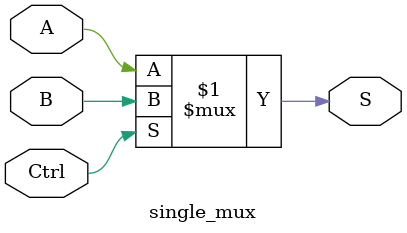
<source format=v>
`timescale 1ns / 1ps
module single_mux(A, B, Ctrl, S);
	parameter N=1;  // N: 1, 2, 5, 9, 32
	input[N-1:0] A, B;
	input Ctrl;
	output[N-1:0] S;
	assign S = Ctrl ? B : A;
endmodule

</source>
